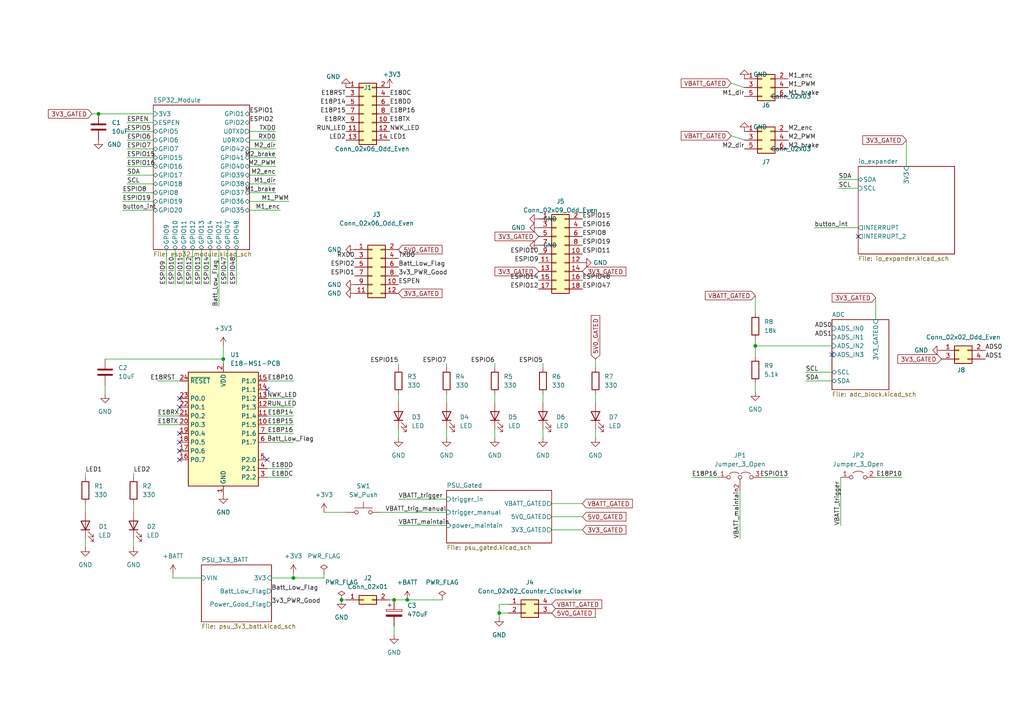
<source format=kicad_sch>
(kicad_sch (version 20211123) (generator eeschema)
  (paper "A4")
  (lib_symbols
    (symbol "Connector_Generic:Conn_02x01" (pin_names (offset 1.016) hide)
      (property "Reference" "J" (at 1.27 2.54 0))
      (property "Value" "Conn_02x01" (at 1.27 -2.54 0))
      (symbol "Conn_02x01_1_1"
        (rectangle (start -1.27 0.127) (end 0 -0.127) (stroke (width 0.1524)))
        (rectangle (start -1.27 1.27) (end 3.81 -1.27) (stroke (width 0.254)) (fill (type background)))
        (rectangle (start 3.81 0.127) (end 2.54 -0.127) (stroke (width 0.1524)))
        (pin passive line (at -5.08 0 0) (length 3.81) (name "Pin_1") (number "1"))
        (pin passive line (at 7.62 0 180) (length 3.81) (name "Pin_2") (number "2"))
      )
    )
    (symbol "Connector_Generic:Conn_02x02_Counter_Clockwise" (pin_names (offset 1.016) hide)
      (property "Reference" "J" (at 1.27 2.54 0))
      (property "Value" "Conn_02x02_Counter_Clockwise" (at 1.27 -5.08 0))
      (symbol "Conn_02x02_Counter_Clockwise_1_1"
        (rectangle (start -1.27 -2.413) (end 0 -2.667) (stroke (width 0.1524)))
        (rectangle (start -1.27 0.127) (end 0 -0.127) (stroke (width 0.1524)))
        (rectangle (start -1.27 1.27) (end 3.81 -3.81) (stroke (width 0.254)) (fill (type background)))
        (rectangle (start 3.81 -2.413) (end 2.54 -2.667) (stroke (width 0.1524)))
        (rectangle (start 3.81 0.127) (end 2.54 -0.127) (stroke (width 0.1524)))
        (pin passive line (at -5.08 0 0) (length 3.81) (name "Pin_1") (number "1"))
        (pin passive line (at -5.08 -2.54 0) (length 3.81) (name "Pin_2") (number "2"))
        (pin passive line (at 7.62 -2.54 180) (length 3.81) (name "Pin_3") (number "3"))
        (pin passive line (at 7.62 0 180) (length 3.81) (name "Pin_4") (number "4"))
      )
    )
    (symbol "Connector_Generic:Conn_02x02_Odd_Even" (pin_names (offset 1.016) hide)
      (property "Reference" "J" (at 1.27 2.54 0))
      (property "Value" "Conn_02x02_Odd_Even" (at 1.27 -5.08 0))
      (symbol "Conn_02x02_Odd_Even_1_1"
        (rectangle (start -1.27 -2.413) (end 0 -2.667) (stroke (width 0.1524)))
        (rectangle (start -1.27 0.127) (end 0 -0.127) (stroke (width 0.1524)))
        (rectangle (start -1.27 1.27) (end 3.81 -3.81) (stroke (width 0.254)) (fill (type background)))
        (rectangle (start 3.81 -2.413) (end 2.54 -2.667) (stroke (width 0.1524)))
        (rectangle (start 3.81 0.127) (end 2.54 -0.127) (stroke (width 0.1524)))
        (pin passive line (at -5.08 0 0) (length 3.81) (name "Pin_1") (number "1"))
        (pin passive line (at 7.62 0 180) (length 3.81) (name "Pin_2") (number "2"))
        (pin passive line (at -5.08 -2.54 0) (length 3.81) (name "Pin_3") (number "3"))
        (pin passive line (at 7.62 -2.54 180) (length 3.81) (name "Pin_4") (number "4"))
      )
    )
    (symbol "Connector_Generic:Conn_02x03_Odd_Even" (pin_names (offset 1.016) hide)
      (property "Reference" "J" (at 1.27 5.08 0))
      (property "Value" "Conn_02x03_Odd_Even" (at 1.27 -5.08 0))
      (symbol "Conn_02x03_Odd_Even_1_1"
        (rectangle (start -1.27 -2.413) (end 0 -2.667) (stroke (width 0.1524)))
        (rectangle (start -1.27 0.127) (end 0 -0.127) (stroke (width 0.1524)))
        (rectangle (start -1.27 2.667) (end 0 2.413) (stroke (width 0.1524)))
        (rectangle (start -1.27 3.81) (end 3.81 -3.81) (stroke (width 0.254)) (fill (type background)))
        (rectangle (start 3.81 -2.413) (end 2.54 -2.667) (stroke (width 0.1524)))
        (rectangle (start 3.81 0.127) (end 2.54 -0.127) (stroke (width 0.1524)))
        (rectangle (start 3.81 2.667) (end 2.54 2.413) (stroke (width 0.1524)))
        (pin passive line (at -5.08 2.54 0) (length 3.81) (name "Pin_1") (number "1"))
        (pin passive line (at 7.62 2.54 180) (length 3.81) (name "Pin_2") (number "2"))
        (pin passive line (at -5.08 0 0) (length 3.81) (name "Pin_3") (number "3"))
        (pin passive line (at 7.62 0 180) (length 3.81) (name "Pin_4") (number "4"))
        (pin passive line (at -5.08 -2.54 0) (length 3.81) (name "Pin_5") (number "5"))
        (pin passive line (at 7.62 -2.54 180) (length 3.81) (name "Pin_6") (number "6"))
      )
    )
    (symbol "Connector_Generic:Conn_02x06_Odd_Even" (pin_names (offset 1.016) hide)
      (property "Reference" "J" (at 1.27 7.62 0))
      (property "Value" "Conn_02x06_Odd_Even" (at 1.27 -10.16 0))
      (symbol "Conn_02x06_Odd_Even_1_1"
        (rectangle (start -1.27 -7.493) (end 0 -7.747) (stroke (width 0.1524)))
        (rectangle (start -1.27 -4.953) (end 0 -5.207) (stroke (width 0.1524)))
        (rectangle (start -1.27 -2.413) (end 0 -2.667) (stroke (width 0.1524)))
        (rectangle (start -1.27 0.127) (end 0 -0.127) (stroke (width 0.1524)))
        (rectangle (start -1.27 2.667) (end 0 2.413) (stroke (width 0.1524)))
        (rectangle (start -1.27 5.207) (end 0 4.953) (stroke (width 0.1524)))
        (rectangle (start -1.27 6.35) (end 3.81 -8.89) (stroke (width 0.254)) (fill (type background)))
        (rectangle (start 3.81 -7.493) (end 2.54 -7.747) (stroke (width 0.1524)))
        (rectangle (start 3.81 -4.953) (end 2.54 -5.207) (stroke (width 0.1524)))
        (rectangle (start 3.81 -2.413) (end 2.54 -2.667) (stroke (width 0.1524)))
        (rectangle (start 3.81 0.127) (end 2.54 -0.127) (stroke (width 0.1524)))
        (rectangle (start 3.81 2.667) (end 2.54 2.413) (stroke (width 0.1524)))
        (rectangle (start 3.81 5.207) (end 2.54 4.953) (stroke (width 0.1524)))
        (pin passive line (at -5.08 5.08 0) (length 3.81) (name "Pin_1") (number "1"))
        (pin passive line (at 7.62 -5.08 180) (length 3.81) (name "Pin_10") (number "10"))
        (pin passive line (at -5.08 -7.62 0) (length 3.81) (name "Pin_11") (number "11"))
        (pin passive line (at 7.62 -7.62 180) (length 3.81) (name "Pin_12") (number "12"))
        (pin passive line (at 7.62 5.08 180) (length 3.81) (name "Pin_2") (number "2"))
        (pin passive line (at -5.08 2.54 0) (length 3.81) (name "Pin_3") (number "3"))
        (pin passive line (at 7.62 2.54 180) (length 3.81) (name "Pin_4") (number "4"))
        (pin passive line (at -5.08 0 0) (length 3.81) (name "Pin_5") (number "5"))
        (pin passive line (at 7.62 0 180) (length 3.81) (name "Pin_6") (number "6"))
        (pin passive line (at -5.08 -2.54 0) (length 3.81) (name "Pin_7") (number "7"))
        (pin passive line (at 7.62 -2.54 180) (length 3.81) (name "Pin_8") (number "8"))
        (pin passive line (at -5.08 -5.08 0) (length 3.81) (name "Pin_9") (number "9"))
      )
    )
    (symbol "Connector_Generic:Conn_02x07_Odd_Even" (pin_names (offset 1.016) hide)
      (property "Reference" "J" (at 1.27 10.16 0))
      (property "Value" "Conn_02x07_Odd_Even" (at 1.27 -10.16 0))
      (symbol "Conn_02x07_Odd_Even_1_1"
        (rectangle (start -1.27 -7.493) (end 0 -7.747) (stroke (width 0.1524)))
        (rectangle (start -1.27 -4.953) (end 0 -5.207) (stroke (width 0.1524)))
        (rectangle (start -1.27 -2.413) (end 0 -2.667) (stroke (width 0.1524)))
        (rectangle (start -1.27 0.127) (end 0 -0.127) (stroke (width 0.1524)))
        (rectangle (start -1.27 2.667) (end 0 2.413) (stroke (width 0.1524)))
        (rectangle (start -1.27 5.207) (end 0 4.953) (stroke (width 0.1524)))
        (rectangle (start -1.27 7.747) (end 0 7.493) (stroke (width 0.1524)))
        (rectangle (start -1.27 8.89) (end 3.81 -8.89) (stroke (width 0.254)) (fill (type background)))
        (rectangle (start 3.81 -7.493) (end 2.54 -7.747) (stroke (width 0.1524)))
        (rectangle (start 3.81 -4.953) (end 2.54 -5.207) (stroke (width 0.1524)))
        (rectangle (start 3.81 -2.413) (end 2.54 -2.667) (stroke (width 0.1524)))
        (rectangle (start 3.81 0.127) (end 2.54 -0.127) (stroke (width 0.1524)))
        (rectangle (start 3.81 2.667) (end 2.54 2.413) (stroke (width 0.1524)))
        (rectangle (start 3.81 5.207) (end 2.54 4.953) (stroke (width 0.1524)))
        (rectangle (start 3.81 7.747) (end 2.54 7.493) (stroke (width 0.1524)))
        (pin passive line (at -5.08 7.62 0) (length 3.81) (name "Pin_1") (number "1"))
        (pin passive line (at 7.62 -2.54 180) (length 3.81) (name "Pin_10") (number "10"))
        (pin passive line (at -5.08 -5.08 0) (length 3.81) (name "Pin_11") (number "11"))
        (pin passive line (at 7.62 -5.08 180) (length 3.81) (name "Pin_12") (number "12"))
        (pin passive line (at -5.08 -7.62 0) (length 3.81) (name "Pin_13") (number "13"))
        (pin passive line (at 7.62 -7.62 180) (length 3.81) (name "Pin_14") (number "14"))
        (pin passive line (at 7.62 7.62 180) (length 3.81) (name "Pin_2") (number "2"))
        (pin passive line (at -5.08 5.08 0) (length 3.81) (name "Pin_3") (number "3"))
        (pin passive line (at 7.62 5.08 180) (length 3.81) (name "Pin_4") (number "4"))
        (pin passive line (at -5.08 2.54 0) (length 3.81) (name "Pin_5") (number "5"))
        (pin passive line (at 7.62 2.54 180) (length 3.81) (name "Pin_6") (number "6"))
        (pin passive line (at -5.08 0 0) (length 3.81) (name "Pin_7") (number "7"))
        (pin passive line (at 7.62 0 180) (length 3.81) (name "Pin_8") (number "8"))
        (pin passive line (at -5.08 -2.54 0) (length 3.81) (name "Pin_9") (number "9"))
      )
    )
    (symbol "Connector_Generic:Conn_02x09_Odd_Even" (pin_names (offset 1.016) hide)
      (property "Reference" "J" (at 1.27 12.7 0))
      (property "Value" "Conn_02x09_Odd_Even" (at 1.27 -12.7 0))
      (symbol "Conn_02x09_Odd_Even_1_1"
        (rectangle (start -1.27 -10.033) (end 0 -10.287) (stroke (width 0.1524)))
        (rectangle (start -1.27 -7.493) (end 0 -7.747) (stroke (width 0.1524)))
        (rectangle (start -1.27 -4.953) (end 0 -5.207) (stroke (width 0.1524)))
        (rectangle (start -1.27 -2.413) (end 0 -2.667) (stroke (width 0.1524)))
        (rectangle (start -1.27 0.127) (end 0 -0.127) (stroke (width 0.1524)))
        (rectangle (start -1.27 2.667) (end 0 2.413) (stroke (width 0.1524)))
        (rectangle (start -1.27 5.207) (end 0 4.953) (stroke (width 0.1524)))
        (rectangle (start -1.27 7.747) (end 0 7.493) (stroke (width 0.1524)))
        (rectangle (start -1.27 10.287) (end 0 10.033) (stroke (width 0.1524)))
        (rectangle (start -1.27 11.43) (end 3.81 -11.43) (stroke (width 0.254)) (fill (type background)))
        (rectangle (start 3.81 -10.033) (end 2.54 -10.287) (stroke (width 0.1524)))
        (rectangle (start 3.81 -7.493) (end 2.54 -7.747) (stroke (width 0.1524)))
        (rectangle (start 3.81 -4.953) (end 2.54 -5.207) (stroke (width 0.1524)))
        (rectangle (start 3.81 -2.413) (end 2.54 -2.667) (stroke (width 0.1524)))
        (rectangle (start 3.81 0.127) (end 2.54 -0.127) (stroke (width 0.1524)))
        (rectangle (start 3.81 2.667) (end 2.54 2.413) (stroke (width 0.1524)))
        (rectangle (start 3.81 5.207) (end 2.54 4.953) (stroke (width 0.1524)))
        (rectangle (start 3.81 7.747) (end 2.54 7.493) (stroke (width 0.1524)))
        (rectangle (start 3.81 10.287) (end 2.54 10.033) (stroke (width 0.1524)))
        (pin passive line (at -5.08 10.16 0) (length 3.81) (name "Pin_1") (number "1"))
        (pin passive line (at 7.62 0 180) (length 3.81) (name "Pin_10") (number "10"))
        (pin passive line (at -5.08 -2.54 0) (length 3.81) (name "Pin_11") (number "11"))
        (pin passive line (at 7.62 -2.54 180) (length 3.81) (name "Pin_12") (number "12"))
        (pin passive line (at -5.08 -5.08 0) (length 3.81) (name "Pin_13") (number "13"))
        (pin passive line (at 7.62 -5.08 180) (length 3.81) (name "Pin_14") (number "14"))
        (pin passive line (at -5.08 -7.62 0) (length 3.81) (name "Pin_15") (number "15"))
        (pin passive line (at 7.62 -7.62 180) (length 3.81) (name "Pin_16") (number "16"))
        (pin passive line (at -5.08 -10.16 0) (length 3.81) (name "Pin_17") (number "17"))
        (pin passive line (at 7.62 -10.16 180) (length 3.81) (name "Pin_18") (number "18"))
        (pin passive line (at 7.62 10.16 180) (length 3.81) (name "Pin_2") (number "2"))
        (pin passive line (at -5.08 7.62 0) (length 3.81) (name "Pin_3") (number "3"))
        (pin passive line (at 7.62 7.62 180) (length 3.81) (name "Pin_4") (number "4"))
        (pin passive line (at -5.08 5.08 0) (length 3.81) (name "Pin_5") (number "5"))
        (pin passive line (at 7.62 5.08 180) (length 3.81) (name "Pin_6") (number "6"))
        (pin passive line (at -5.08 2.54 0) (length 3.81) (name "Pin_7") (number "7"))
        (pin passive line (at 7.62 2.54 180) (length 3.81) (name "Pin_8") (number "8"))
        (pin passive line (at -5.08 0 0) (length 3.81) (name "Pin_9") (number "9"))
      )
    )
    (symbol "Device:C" (pin_numbers hide) (pin_names (offset 0.254))
      (property "Reference" "C" (at 0.635 2.54 0))
      (property "Value" "C" (at 0.635 -2.54 0))
      (symbol "C_0_1"
        (polyline (pts (xy -2.032 -0.762) (xy 2.032 -0.762)) (stroke (width 0.508)))
        (polyline (pts (xy -2.032 0.762) (xy 2.032 0.762)) (stroke (width 0.508)))
      )
      (symbol "C_1_1"
        (pin passive line (at 0 3.81 270) (length 2.794) (name "~") (number "1"))
        (pin passive line (at 0 -3.81 90) (length 2.794) (name "~") (number "2"))
      )
    )
    (symbol "Device:C_Polarized" (pin_numbers hide) (pin_names (offset 0.254))
      (property "Reference" "C" (at 0.635 2.54 0))
      (property "Value" "C_Polarized" (at 0.635 -2.54 0))
      (symbol "C_Polarized_0_1"
        (rectangle (start -2.286 0.508) (end 2.286 1.016))
        (polyline (pts (xy -1.778 2.286) (xy -0.762 2.286)))
        (polyline (pts (xy -1.27 2.794) (xy -1.27 1.778)))
        (rectangle (start 2.286 -0.508) (end -2.286 -1.016) (fill (type outline)))
      )
      (symbol "C_Polarized_1_1"
        (pin passive line (at 0 3.81 270) (length 2.794) (name "~") (number "1"))
        (pin passive line (at 0 -3.81 90) (length 2.794) (name "~") (number "2"))
      )
    )
    (symbol "Device:LED" (pin_numbers hide) (pin_names (offset 1.016) hide)
      (property "Reference" "D" (at 0 2.54 0))
      (property "Value" "LED" (at 0 -2.54 0))
      (symbol "LED_0_1"
        (polyline (pts (xy -1.27 -1.27) (xy -1.27 1.27)) (stroke (width 0.254)))
        (polyline (pts (xy -1.27 0) (xy 1.27 0)))
        (polyline (pts (xy 1.27 -1.27) (xy 1.27 1.27) (xy -1.27 0) (xy 1.27 -1.27)) (stroke (width 0.254)))
        (polyline (pts (xy -3.048 -0.762) (xy -4.572 -2.286) (xy -3.81 -2.286) (xy -4.572 -2.286) (xy -4.572 -1.524)))
        (polyline (pts (xy -1.778 -0.762) (xy -3.302 -2.286) (xy -2.54 -2.286) (xy -3.302 -2.286) (xy -3.302 -1.524)))
      )
      (symbol "LED_1_1"
        (pin passive line (at -3.81 0 0) (length 2.54) (name "K") (number "1"))
        (pin passive line (at 3.81 0 180) (length 2.54) (name "A") (number "2"))
      )
    )
    (symbol "Device:R" (pin_numbers hide) (pin_names (offset 0))
      (property "Reference" "R" (at 2.032 0 90))
      (property "Value" "R" (at 0 0 90))
      (symbol "R_0_1"
        (rectangle (start -1.016 -2.54) (end 1.016 2.54) (stroke (width 0.254)))
      )
      (symbol "R_1_1"
        (pin passive line (at 0 3.81 270) (length 1.27) (name "~") (number "1"))
        (pin passive line (at 0 -3.81 90) (length 1.27) (name "~") (number "2"))
      )
    )
    (symbol "Jumper:Jumper_2_Open" (pin_names (offset 0) hide)
      (property "Reference" "JP" (at 0 2.794 0))
      (property "Value" "Jumper_2_Open" (at 0 -2.286 0))
      (symbol "Jumper_2_Open_0_0"
        (circle (center -2.032 0) (radius 0.508))
        (circle (center 2.032 0) (radius 0.508))
      )
      (symbol "Jumper_2_Open_0_1"
        (arc (start 1.524 1.27) (mid 0 1.778) (end -1.524 1.27))
      )
      (symbol "Jumper_2_Open_1_1"
        (pin passive line (at -5.08 0 0) (length 2.54) (name "A") (number "1"))
        (pin passive line (at 5.08 0 180) (length 2.54) (name "B") (number "2"))
      )
    )
    (symbol "Jumper:Jumper_3_Open" (pin_names (offset 0) hide)
      (property "Reference" "JP" (at -2.54 -2.54 0))
      (property "Value" "Jumper_3_Open" (at 0 2.794 0))
      (symbol "Jumper_3_Open_0_0"
        (circle (center -3.302 0) (radius 0.508))
        (circle (center 0 0) (radius 0.508))
        (circle (center 3.302 0) (radius 0.508))
      )
      (symbol "Jumper_3_Open_0_1"
        (arc (start -0.254 1.016) (mid -1.651 1.4992) (end -3.048 1.016))
        (polyline (pts (xy 0 -0.508) (xy 0 -1.27)))
        (arc (start 3.048 1.016) (mid 1.651 1.4992) (end 0.254 1.016))
      )
      (symbol "Jumper_3_Open_1_1"
        (pin passive line (at -6.35 0 0) (length 2.54) (name "A") (number "1"))
        (pin passive line (at 0 -3.81 90) (length 2.54) (name "C") (number "2"))
        (pin passive line (at 6.35 0 180) (length 2.54) (name "B") (number "3"))
      )
    )
    (symbol "RF_Module:E18-MS1-PCB"
      (property "Reference" "U" (at -2.54 21.59 0))
      (property "Value" "E18-MS1-PCB" (at -2.54 19.05 0))
      (symbol "E18-MS1-PCB_0_1"
        (rectangle (start -10.16 17.78) (end 10.16 -15.24) (stroke (width 0.254)) (fill (type background)))
      )
      (symbol "E18-MS1-PCB_1_1"
        (pin power_in line (at 0 -17.78 90) (length 2.54) (name "GND") (number "1"))
        (pin bidirectional line (at 12.7 2.54 180) (length 2.54) (name "P1.5") (number "10"))
        (pin bidirectional line (at 12.7 5.08 180) (length 2.54) (name "P1.4") (number "11"))
        (pin bidirectional line (at 12.7 7.62 180) (length 2.54) (name "P1.3") (number "12"))
        (pin bidirectional line (at 12.7 10.16 180) (length 2.54) (name "P1.2") (number "13"))
        (pin bidirectional line (at 12.7 12.7 180) (length 2.54) (name "P1.1") (number "14"))
        (pin bidirectional line (at 12.7 15.24 180) (length 2.54) (name "P1.0") (number "15"))
        (pin bidirectional line (at -12.7 -7.62 0) (length 2.54) (name "P0.7") (number "16"))
        (pin bidirectional line (at -12.7 -5.08 0) (length 2.54) (name "P0.6") (number "17"))
        (pin bidirectional line (at -12.7 -2.54 0) (length 2.54) (name "P0.5") (number "18"))
        (pin bidirectional line (at -12.7 0 0) (length 2.54) (name "P0.4") (number "19"))
        (pin power_in line (at 0 20.32 270) (length 2.54) (name "VDD") (number "2"))
        (pin bidirectional line (at -12.7 2.54 0) (length 2.54) (name "P0.3") (number "20"))
        (pin bidirectional line (at -12.7 5.08 0) (length 2.54) (name "P0.2") (number "21"))
        (pin bidirectional line (at -12.7 7.62 0) (length 2.54) (name "P0.1") (number "22"))
        (pin bidirectional line (at -12.7 10.16 0) (length 2.54) (name "P0.0") (number "23"))
        (pin input line (at -12.7 15.24 0) (length 2.54) (name "~{RESET}") (number "24"))
        (pin bidirectional line (at 12.7 -12.7 180) (length 2.54) (name "P2.2") (number "3"))
        (pin bidirectional line (at 12.7 -10.16 180) (length 2.54) (name "P2.1") (number "4"))
        (pin bidirectional line (at 12.7 -7.62 180) (length 2.54) (name "P2.0") (number "5"))
        (pin bidirectional line (at 12.7 -2.54 180) (length 2.54) (name "P1.7") (number "6"))
        (pin bidirectional line (at 12.7 0 180) (length 2.54) (name "P1.6") (number "7"))
        (pin no_connect line (at -10.16 -10.16 0) (length 2.54) hide (name "NC") (number "8"))
        (pin no_connect line (at -10.16 -12.7 0) (length 2.54) hide (name "NC") (number "9"))
      )
    )
    (symbol "Switch:SW_Push" (pin_numbers hide) (pin_names (offset 1.016) hide)
      (property "Reference" "SW" (at 1.27 2.54 0))
      (property "Value" "SW_Push" (at 0 -1.524 0))
      (symbol "SW_Push_0_1"
        (circle (center -2.032 0) (radius 0.508))
        (polyline (pts (xy 0 1.27) (xy 0 3.048)))
        (polyline (pts (xy 2.54 1.27) (xy -2.54 1.27)))
        (circle (center 2.032 0) (radius 0.508))
        (pin passive line (at -5.08 0 0) (length 2.54) (name "1") (number "1"))
        (pin passive line (at 5.08 0 180) (length 2.54) (name "2") (number "2"))
      )
    )
    (symbol "power:+3V3" (power) (pin_names (offset 0))
      (property "Value" "+3V3" (at 0 3.556 0))
      (symbol "+3V3_0_1"
        (polyline (pts (xy -0.762 1.27) (xy 0 2.54)))
        (polyline (pts (xy 0 0) (xy 0 2.54)))
        (polyline (pts (xy 0 2.54) (xy 0.762 1.27)))
      )
      (symbol "+3V3_1_1"
        (pin power_in line (at 0 0 90) (length 0) hide (name "+3V3") (number "1"))
      )
    )
    (symbol "power:+BATT" (power) (pin_names (offset 0))
      (property "Value" "+BATT" (at 0 3.556 0))
      (symbol "+BATT_0_1"
        (polyline (pts (xy -0.762 1.27) (xy 0 2.54)))
        (polyline (pts (xy 0 0) (xy 0 2.54)))
        (polyline (pts (xy 0 2.54) (xy 0.762 1.27)))
      )
      (symbol "+BATT_1_1"
        (pin power_in line (at 0 0 90) (length 0) hide (name "+BATT") (number "1"))
      )
    )
    (symbol "power:GND" (power) (pin_names (offset 0))
      (property "Value" "GND" (at 0 -3.81 0))
      (symbol "GND_0_1"
        (polyline (pts (xy 0 0) (xy 0 -1.27) (xy 1.27 -1.27) (xy 0 -2.54) (xy -1.27 -1.27) (xy 0 -1.27)))
      )
      (symbol "GND_1_1"
        (pin power_in line (at 0 0 270) (length 0) hide (name "GND") (number "1"))
      )
    )
    (symbol "power:PWR_FLAG" (power) (pin_numbers hide) (pin_names (offset 0) hide)
      (property "Value" "PWR_FLAG" (at 0 3.81 0))
      (symbol "PWR_FLAG_0_0"
        (pin power_out line (at 0 0 90) (length 0) (name "pwr") (number "1"))
      )
      (symbol "PWR_FLAG_0_1"
        (polyline (pts (xy 0 0) (xy 0 1.27) (xy -1.016 1.905) (xy 0 2.54) (xy 1.016 1.905) (xy 0 1.27)))
      )
    )
  )
  (junction (at 64.77 104.14))
  (junction (at 219.075 100.33))
  (junction (at 118.11 173.99))
  (junction (at 114.3 173.99))
  (junction (at 144.78 177.8))
  (junction (at 99.06 173.99))
  (junction (at 85.09 167.64))
  (junction (at 28.575 33.02))
  (no_connect (at 248.92 68.58))
  (no_connect (at 52.07 118.11))
  (no_connect (at 52.07 130.81))
  (no_connect (at 77.47 113.03))
  (no_connect (at 52.07 125.73))
  (no_connect (at 52.07 128.27))
  (no_connect (at 77.47 133.35))
  (no_connect (at 52.07 115.57))
  (no_connect (at 52.07 133.35))
  (no_connect (at 241.3 102.87))
  (wire (pts (xy 115.57 105.41) (xy 115.57 106.68)))
  (wire (pts (xy 45.72 120.65) (xy 52.07 120.65)))
  (wire (pts (xy 85.09 167.64) (xy 93.98 167.64)))
  (wire (pts (xy 114.3 184.15) (xy 114.3 181.61)))
  (wire (pts (xy 129.54 105.41) (xy 129.54 106.68)))
  (wire (pts (xy 44.45 43.18) (xy 36.83 43.18)))
  (wire (pts (xy 72.39 58.42) (xy 83.82 58.42)))
  (wire (pts (xy 36.83 53.34) (xy 44.45 53.34)))
  (wire (pts (xy 38.735 158.75) (xy 38.735 156.21)))
  (wire (pts (xy 219.075 100.33) (xy 219.075 103.505)))
  (wire (pts (xy 48.26 72.39) (xy 48.26 82.55)))
  (wire (pts (xy 243.205 52.07) (xy 248.92 52.07)))
  (wire (pts (xy 77.47 115.57) (xy 85.09 115.57)))
  (wire (pts (xy 52.07 110.49) (xy 45.72 110.49)))
  (wire (pts (xy 129.54 127) (xy 129.54 124.46)))
  (wire (pts (xy 110.49 148.59) (xy 129.54 148.59)))
  (wire (pts (xy 72.39 60.96) (xy 81.28 60.96)))
  (wire (pts (xy 63.5 72.39) (xy 63.5 88.9)))
  (wire (pts (xy 36.83 40.64) (xy 44.45 40.64)))
  (wire (pts (xy 72.39 40.64) (xy 80.01 40.64)))
  (wire (pts (xy 241.3 110.49) (xy 233.68 110.49)))
  (wire (pts (xy 35.56 55.88) (xy 44.45 55.88)))
  (wire (pts (xy 129.54 116.84) (xy 129.54 114.3)))
  (wire (pts (xy 243.205 54.61) (xy 248.92 54.61)))
  (wire (pts (xy 77.47 110.49) (xy 85.09 110.49)))
  (wire (pts (xy 115.57 144.78) (xy 129.54 144.78)))
  (wire (pts (xy 157.48 127) (xy 157.48 124.46)))
  (wire (pts (xy 143.51 105.41) (xy 143.51 106.68)))
  (wire (pts (xy 228.6 138.43) (xy 220.98 138.43)))
  (wire (pts (xy 30.48 104.14) (xy 64.77 104.14)))
  (wire (pts (xy 214.63 156.21) (xy 214.63 142.24)))
  (wire (pts (xy 72.39 55.88) (xy 80.01 55.88)))
  (wire (pts (xy 262.89 40.64) (xy 262.89 48.26)))
  (wire (pts (xy 30.48 114.3) (xy 30.48 111.76)))
  (wire (pts (xy 115.57 152.4) (xy 129.54 152.4)))
  (wire (pts (xy 36.83 35.56) (xy 44.45 35.56)))
  (wire (pts (xy 160.02 149.86) (xy 168.91 149.86)))
  (wire (pts (xy 72.39 50.8) (xy 80.01 50.8)))
  (wire (pts (xy 93.98 148.59) (xy 100.33 148.59)))
  (wire (pts (xy 36.83 50.8) (xy 44.45 50.8)))
  (wire (pts (xy 144.78 175.26) (xy 144.78 177.8)))
  (wire (pts (xy 77.47 125.73) (xy 85.09 125.73)))
  (wire (pts (xy 143.51 116.84) (xy 143.51 114.3)))
  (wire (pts (xy 64.77 100.33) (xy 64.77 104.14)))
  (wire (pts (xy 114.3 173.99) (xy 118.11 173.99)))
  (wire (pts (xy 115.57 127) (xy 115.57 124.46)))
  (wire (pts (xy 212.09 24.13) (xy 215.9 25.4)))
  (wire (pts (xy 115.57 116.84) (xy 115.57 114.3)))
  (wire (pts (xy 36.83 48.26) (xy 44.45 48.26)))
  (wire (pts (xy 172.72 104.14) (xy 172.72 106.68)))
  (wire (pts (xy 38.735 148.59) (xy 38.735 146.05)))
  (wire (pts (xy 36.83 38.1) (xy 44.45 38.1)))
  (wire (pts (xy 72.39 38.1) (xy 80.01 38.1)))
  (wire (pts (xy 219.075 98.425) (xy 219.075 100.33)))
  (wire (pts (xy 118.11 173.99) (xy 128.27 173.99)))
  (wire (pts (xy 50.8 72.39) (xy 50.8 82.55)))
  (wire (pts (xy 93.98 167.64) (xy 93.98 166.37)))
  (wire (pts (xy 147.32 175.26) (xy 144.78 175.26)))
  (wire (pts (xy 85.09 166.37) (xy 85.09 167.64)))
  (wire (pts (xy 78.74 167.64) (xy 85.09 167.64)))
  (wire (pts (xy 64.77 104.14) (xy 64.77 105.41)))
  (wire (pts (xy 219.075 113.665) (xy 219.075 111.125)))
  (wire (pts (xy 212.09 39.37) (xy 215.9 40.64)))
  (wire (pts (xy 143.51 127) (xy 143.51 124.46)))
  (wire (pts (xy 72.39 53.34) (xy 80.01 53.34)))
  (wire (pts (xy 77.47 135.89) (xy 83.82 135.89)))
  (wire (pts (xy 172.72 116.84) (xy 172.72 114.3)))
  (wire (pts (xy 60.96 82.55) (xy 60.96 72.39)))
  (wire (pts (xy 254 138.43) (xy 261.62 138.43)))
  (wire (pts (xy 26.67 33.02) (xy 28.575 33.02)))
  (wire (pts (xy 58.42 82.55) (xy 58.42 72.39)))
  (wire (pts (xy 68.58 72.39) (xy 68.58 82.55)))
  (wire (pts (xy 144.78 177.8) (xy 144.78 179.07)))
  (wire (pts (xy 53.34 82.55) (xy 53.34 72.39)))
  (wire (pts (xy 24.765 137.16) (xy 24.765 138.43)))
  (wire (pts (xy 160.02 153.67) (xy 168.91 153.67)))
  (wire (pts (xy 50.165 167.64) (xy 58.42 167.64)))
  (wire (pts (xy 147.32 177.8) (xy 144.78 177.8)))
  (wire (pts (xy 77.47 118.11) (xy 85.09 118.11)))
  (wire (pts (xy 77.47 138.43) (xy 83.82 138.43)))
  (wire (pts (xy 219.075 100.33) (xy 241.3 100.33)))
  (wire (pts (xy 254 86.36) (xy 254 92.71)))
  (wire (pts (xy 157.48 116.84) (xy 157.48 114.3)))
  (wire (pts (xy 24.765 148.59) (xy 24.765 146.05)))
  (wire (pts (xy 113.03 173.99) (xy 114.3 173.99)))
  (wire (pts (xy 55.88 82.55) (xy 55.88 72.39)))
  (wire (pts (xy 77.47 128.27) (xy 85.09 128.27)))
  (wire (pts (xy 236.22 66.04) (xy 248.92 66.04)))
  (wire (pts (xy 38.735 137.16) (xy 38.735 138.43)))
  (wire (pts (xy 172.72 127) (xy 172.72 124.46)))
  (wire (pts (xy 77.47 120.65) (xy 85.09 120.65)))
  (wire (pts (xy 35.56 60.96) (xy 44.45 60.96)))
  (wire (pts (xy 208.28 138.43) (xy 200.66 138.43)))
  (wire (pts (xy 45.72 123.19) (xy 52.07 123.19)))
  (wire (pts (xy 24.765 158.75) (xy 24.765 156.21)))
  (wire (pts (xy 219.075 85.725) (xy 219.075 90.805)))
  (wire (pts (xy 35.56 58.42) (xy 44.45 58.42)))
  (wire (pts (xy 66.04 72.39) (xy 66.04 82.55)))
  (wire (pts (xy 28.575 33.02) (xy 44.45 33.02)))
  (wire (pts (xy 44.45 45.72) (xy 36.83 45.72)))
  (wire (pts (xy 50.165 166.37) (xy 50.165 167.64)))
  (wire (pts (xy 157.48 105.41) (xy 157.48 106.68)))
  (wire (pts (xy 72.39 45.72) (xy 80.01 45.72)))
  (wire (pts (xy 77.47 123.19) (xy 85.09 123.19)))
  (wire (pts (xy 99.06 173.99) (xy 100.33 173.99)))
  (wire (pts (xy 241.3 107.95) (xy 233.68 107.95)))
  (wire (pts (xy 160.02 146.05) (xy 168.91 146.05)))
  (wire (pts (xy 243.84 138.43) (xy 243.84 152.4)))
  (wire (pts (xy 72.39 48.26) (xy 80.01 48.26)))
  (wire (pts (xy 72.39 43.18) (xy 80.01 43.18)))
  (label "M1_enc" (at 81.28 60.96 180))
  (label "ESPIO47" (at 66.04 82.55 90))
  (label "M2_brake" (at 80.01 45.72 180))
  (label "E18DC" (at 113.03 27.94 0))
  (label "Batt_Low_Flag" (at 78.74 171.45 0))
  (label "E18P14" (at 100.33 30.48 180))
  (label "ADS0" (at 241.3 95.25 180))
  (label "ESPIO9" (at 156.21 76.2 180))
  (label "E18P10" (at 85.09 110.49 180))
  (label "ESPIO13" (at 228.6 138.43 180))
  (label "3v3_PWR_Good" (at 78.74 175.26 0))
  (label "ESPIO13" (at 58.42 82.55 90))
  (label "E18DD" (at 78.74 135.89 0))
  (label "E18DC" (at 78.74 138.43 0))
  (label "M2_brake" (at 228.6 43.18 0))
  (label "ESPEN" (at 115.57 82.55 0))
  (label "NWK_LED" (at 113.03 38.1 0))
  (label "VBATT_maintain" (at 115.57 152.4 0))
  (label "ESPIO1" (at 72.39 33.02 0))
  (label "ESPIO47" (at 168.91 83.82 0))
  (label "M2_enc" (at 228.6 38.1 0))
  (label "ESPIO7" (at 129.54 105.41 180))
  (label "E18RX" (at 45.72 120.65 0))
  (label "Batt_Low_Flag" (at 63.5 88.9 90))
  (label "SDA" (at 233.68 110.49 0))
  (label "ESPIO1" (at 102.87 80.01 180))
  (label "Batt_Low_Flag" (at 77.47 128.27 0))
  (label "M1_PWM" (at 83.82 58.42 180))
  (label "E18DD" (at 113.03 30.48 0))
  (label "ESPIO2" (at 102.87 77.47 180))
  (label "M1_PWM" (at 228.6 25.4 0))
  (label "ESPIO19" (at 168.91 71.12 0))
  (label "ESPIO10" (at 50.8 82.55 90))
  (label "E18P16" (at 85.09 125.73 180))
  (label "SCL" (at 243.205 54.61 0))
  (label "E18TX" (at 45.72 123.19 0))
  (label "ESPIO15" (at 36.83 45.72 0))
  (label "ADS1" (at 241.3 97.79 180))
  (label "M2_dir" (at 215.9 43.18 180))
  (label "ESPIO14" (at 60.96 82.55 90))
  (label "ESPIO16" (at 36.83 48.26 0))
  (label "SDA" (at 243.205 52.07 0))
  (label "LED1" (at 24.765 137.16 0))
  (label "E18P16" (at 200.66 138.43 0))
  (label "VBATT_trigger" (at 115.57 144.78 0))
  (label "VBATT_trig_manual" (at 111.76 148.59 0))
  (label "ESPIO15" (at 115.57 105.41 180))
  (label "RUN_LED" (at 77.47 118.11 0))
  (label "button_int" (at 35.56 60.96 0))
  (label "E18RX" (at 100.33 35.56 180))
  (label "ESPIO2" (at 72.39 35.56 0))
  (label "TXD0" (at 80.01 38.1 180))
  (label "ESPIO12" (at 156.21 83.82 180))
  (label "ESPIO7" (at 36.83 43.18 0))
  (label "M1_dir" (at 80.01 53.34 180))
  (label "ESPIO5" (at 157.48 105.41 180))
  (label "ADS0" (at 285.75 101.6 0))
  (label "LED2" (at 38.735 137.16 0))
  (label "ESPIO6" (at 36.83 40.64 0))
  (label "TXD0" (at 115.57 74.93 0))
  (label "ESPIO5" (at 36.83 38.1 0))
  (label "ESPIO11" (at 168.91 73.66 0))
  (label "SCL" (at 233.68 107.95 0))
  (label "LED2" (at 100.33 40.64 180))
  (label "M2_PWM" (at 228.6 40.64 0))
  (label "ESPIO9" (at 48.26 82.55 90))
  (label "LED1" (at 113.03 40.64 0))
  (label "ESPIO19" (at 35.56 58.42 0))
  (label "M2_dir" (at 80.01 43.18 180))
  (label "NWK_LED" (at 77.47 115.57 0))
  (label "E18P16" (at 113.03 33.02 0))
  (label "ESPIO15" (at 168.91 63.5 0))
  (label "VBATT_maintain" (at 214.63 156.21 90))
  (label "ESPIO16" (at 168.91 66.04 0))
  (label "ESPIO10" (at 156.21 73.66 180))
  (label "ESPIO8" (at 168.91 68.58 0))
  (label "RUN_LED" (at 100.33 38.1 180))
  (label "E18P10" (at 261.62 138.43 180))
  (label "ESPIO14" (at 156.21 81.28 180))
  (label "E18RST" (at 100.33 27.94 180))
  (label "E18TX" (at 113.03 35.56 0))
  (label "E18RST" (at 50.8 110.49 180))
  (label "ESPIO6" (at 143.51 105.41 180))
  (label "ESPIO8" (at 35.56 55.88 0))
  (label "ESPIO12" (at 55.88 82.55 90))
  (label "M1_dir" (at 215.9 27.94 180))
  (label "VBATT_trigger" (at 243.84 152.4 90))
  (label "Batt_Low_Flag" (at 115.57 77.47 0))
  (label "ESPIO48" (at 168.91 81.28 0))
  (label "M2_enc" (at 80.01 50.8 180))
  (label "RXD0" (at 80.01 40.64 180))
  (label "ADS1" (at 285.75 104.14 0))
  (label "ESPIO11" (at 53.34 82.55 90))
  (label "E18P15" (at 85.09 123.19 180))
  (label "ESPIO48" (at 68.58 82.55 90))
  (label "M1_enc" (at 228.6 22.86 0))
  (label "E18P14" (at 85.09 120.65 180))
  (label "RXD0" (at 102.87 74.93 180))
  (label "3v3_PWR_Good" (at 115.57 80.01 0))
  (label "E18P15" (at 100.33 33.02 180))
  (label "SCL" (at 36.83 53.34 0))
  (label "M2_PWM" (at 80.01 48.26 180))
  (label "SDA" (at 36.83 50.8 0))
  (label "button_int" (at 236.22 66.04 0))
  (label "M1_brake" (at 228.6 27.94 0))
  (label "M1_brake" (at 80.01 55.88 180))
  (label "ESPEN" (at 36.83 35.56 0))
  (global_label "VBATT_GATED" (shape input) (at 160.02 175.26 0) (property "Intersheet References" "${INTERSHEET_REFS}" (effects hide)))
  (global_label "3V3_GATED" (shape input) (at 26.67 33.02 180) (property "Intersheet References" "${INTERSHEET_REFS}" (effects hide)))
  (global_label "3V3_GATED" (shape input) (at 254 86.36 180) (property "Intersheet References" "${INTERSHEET_REFS}" (effects hide)))
  (global_label "3V3_GATED" (shape input) (at 168.91 78.74 0) (property "Intersheet References" "${INTERSHEET_REFS}" (effects hide)))
  (global_label "VBATT_GATED" (shape input) (at 212.09 24.13 180) (property "Intersheet References" "${INTERSHEET_REFS}" (effects hide)))
  (global_label "3V3_GATED" (shape input) (at 273.05 104.14 180) (property "Intersheet References" "${INTERSHEET_REFS}" (effects hide)))
  (global_label "3V3_GATED" (shape input) (at 262.89 40.64 180) (property "Intersheet References" "${INTERSHEET_REFS}" (effects hide)))
  (global_label "5V0_GATED" (shape input) (at 160.02 177.8 0) (property "Intersheet References" "${INTERSHEET_REFS}" (effects hide)))
  (global_label "5V0_GATED" (shape input) (at 172.72 104.14 90) (property "Intersheet References" "${INTERSHEET_REFS}" (effects hide)))
  (global_label "5V0_GATED" (shape input) (at 168.91 149.86 0) (property "Intersheet References" "${INTERSHEET_REFS}" (effects hide)))
  (global_label "3V3_GATED" (shape input) (at 156.21 68.58 180) (property "Intersheet References" "${INTERSHEET_REFS}" (effects hide)))
  (global_label "5V0_GATED" (shape input) (at 115.57 72.39 0) (property "Intersheet References" "${INTERSHEET_REFS}" (effects hide)))
  (global_label "VBATT_GATED" (shape input) (at 168.91 146.05 0) (property "Intersheet References" "${INTERSHEET_REFS}" (effects hide)))
  (global_label "3V3_GATED" (shape input) (at 115.57 85.09 0) (property "Intersheet References" "${INTERSHEET_REFS}" (effects hide)))
  (global_label "3V3_GATED" (shape input) (at 168.91 153.67 0) (property "Intersheet References" "${INTERSHEET_REFS}" (effects hide)))
  (global_label "VBATT_GATED" (shape input) (at 219.075 85.725 180) (property "Intersheet References" "${INTERSHEET_REFS}" (effects hide)))
  (global_label "3V3_GATED" (shape input) (at 156.21 78.74 180) (property "Intersheet References" "${INTERSHEET_REFS}" (effects hide)))
  (global_label "VBATT_GATED" (shape input) (at 212.09 39.37 180) (property "Intersheet References" "${INTERSHEET_REFS}" (effects hide)))
  (symbol (lib_id "Device:R") (at 129.54 110.49 0) (unit 1)
    (property "Reference" "R4" (at 132.08 109.2199 0) (effects (justify left)))
    (property "Value" "330" (at 132.08 111.7599 0) (effects (justify left)))
    (property "Footprint" "Resistor_SMD:R_1206_3216Metric" (effects hide))
  )
  (symbol (lib_id "power:+3V3") (at 64.77 100.33 0) (unit 1)
    (property "Reference" "#PWR06" (effects hide))
    (property "Value" "+3V3" (at 64.77 95.25 0))
  )
  (symbol (lib_id "Device:C") (at 30.48 107.95 0) (unit 1)
    (property "Reference" "C2" (at 34.29 106.6799 0) (effects (justify left)))
    (property "Value" "10uF" (at 34.29 109.2199 0) (effects (justify left)))
    (property "Footprint" "Capacitor_SMD:C_0805_2012Metric" (effects hide))
  )
  (symbol (lib_id "Device:C_Polarized") (at 114.3 177.8 0) (unit 1)
    (property "Reference" "C3" (at 118.11 175.6409 0) (effects (justify left)))
    (property "Value" "470uF" (at 118.11 178.1809 0) (effects (justify left)))
    (property "Footprint" "Capacitor_SMD:CP_Elec_10x10.5" (effects hide))
  )
  (symbol (lib_id "power:GND") (at 172.72 127 0) (unit 1)
    (property "Reference" "#PWR026" (effects hide))
    (property "Value" "GND" (at 172.72 132.08 0))
  )
  (symbol (lib_id "Device:R") (at 172.72 110.49 0) (unit 1)
    (property "Reference" "R7" (at 175.26 109.2199 0) (effects (justify left)))
    (property "Value" "330" (at 175.26 111.7599 0) (effects (justify left)))
    (property "Footprint" "Resistor_SMD:R_1206_3216Metric" (effects hide))
  )
  (symbol (lib_id "power:+3V3") (at 113.03 25.4 0) (mirror y) (unit 1)
    (property "Reference" "#PWR013" (effects hide))
    (property "Value" "+3V3" (at 113.665 21.59 0))
  )
  (symbol (lib_id "Device:R") (at 219.075 94.615 0) (unit 1)
    (property "Reference" "R8" (at 221.615 93.3449 0) (effects (justify left)))
    (property "Value" "18k" (at 221.615 95.8849 0) (effects (justify left)))
    (property "Footprint" "Resistor_SMD:R_1206_3216Metric" (effects hide))
  )
  (symbol (lib_id "Device:LED") (at 129.54 120.65 90) (unit 1)
    (property "Reference" "D4" (at 133.35 120.9674 90) (effects (justify right)))
    (property "Value" "LED" (at 133.35 123.5074 90) (effects (justify right)))
    (property "Footprint" "LED_SMD:LED_1206_3216Metric" (effects hide))
  )
  (symbol (lib_id "Device:R") (at 143.51 110.49 0) (unit 1)
    (property "Reference" "R5" (at 146.05 109.2199 0) (effects (justify left)))
    (property "Value" "330" (at 146.05 111.7599 0) (effects (justify left)))
    (property "Footprint" "Resistor_SMD:R_1206_3216Metric" (effects hide))
  )
  (symbol (lib_id "Device:LED") (at 24.765 152.4 90) (unit 1)
    (property "Reference" "D1" (at 28.575 152.7174 90) (effects (justify right)))
    (property "Value" "LED" (at 28.575 155.2574 90) (effects (justify right)))
    (property "Footprint" "LED_SMD:LED_1206_3216Metric" (effects hide))
  )
  (symbol (lib_id "Device:LED") (at 38.735 152.4 90) (unit 1)
    (property "Reference" "D2" (at 42.545 152.7174 90) (effects (justify right)))
    (property "Value" "LED" (at 42.545 155.2574 90) (effects (justify right)))
    (property "Footprint" "LED_SMD:LED_1206_3216Metric" (effects hide))
  )
  (symbol (lib_id "power:GND") (at 30.48 114.3 0) (unit 1)
    (property "Reference" "#PWR03" (effects hide))
    (property "Value" "GND" (at 30.48 119.38 0))
  )
  (symbol (lib_id "power:GND") (at 168.91 76.2 90) (unit 1)
    (property "Reference" "#PWR0101" (effects hide))
    (property "Value" "GND" (at 172.085 76.1999 90) (effects (justify right)))
  )
  (symbol (lib_id "power:GND") (at 129.54 127 0) (unit 1)
    (property "Reference" "#PWR019" (effects hide))
    (property "Value" "GND" (at 129.54 132.08 0))
  )
  (symbol (lib_id "power:GND") (at 143.51 127 0) (unit 1)
    (property "Reference" "#PWR020" (effects hide))
    (property "Value" "GND" (at 143.51 132.08 0))
  )
  (symbol (lib_id "power:GND") (at 38.735 158.75 0) (unit 1)
    (property "Reference" "#PWR04" (effects hide))
    (property "Value" "GND" (at 38.735 163.83 0))
  )
  (symbol (lib_id "power:GND") (at 215.9 22.86 180) (unit 1)
    (property "Reference" "#PWR027" (effects hide))
    (property "Value" "GND" (at 218.44 21.5899 0) (effects (justify right)))
  )
  (symbol (lib_id "Connector_Generic:Conn_02x06_Odd_Even") (at 107.95 77.47 0) (unit 1)
    (property "Reference" "J3" (at 109.22 62.23 0))
    (property "Value" "Conn_02x06_Odd_Even" (at 109.22 64.77 0))
    (property "Footprint" "Connector_PinHeader_2.54mm:PinHeader_2x06_P2.54mm_Vertical" (effects hide))
  )
  (symbol (lib_id "power:GND") (at 114.3 184.15 0) (unit 1)
    (property "Reference" "#PWR014" (effects hide))
    (property "Value" "GND" (at 114.3 189.23 0))
  )
  (symbol (lib_id "power:PWR_FLAG") (at 93.98 166.37 0) (unit 1)
    (property "Reference" "#FLG01" (effects hide))
    (property "Value" "PWR_FLAG" (at 93.98 161.29 0))
  )
  (symbol (lib_id "power:GND") (at 64.77 143.51 0) (unit 1)
    (property "Reference" "#PWR07" (effects hide))
    (property "Value" "GND" (at 64.77 148.59 0))
  )
  (symbol (lib_id "power:PWR_FLAG") (at 128.27 173.99 0) (unit 1)
    (property "Reference" "#FLG03" (effects hide))
    (property "Value" "PWR_FLAG" (at 128.27 168.91 0))
  )
  (symbol (lib_id "Device:C") (at 28.575 36.83 0) (unit 1)
    (property "Reference" "C1" (at 32.385 35.5599 0) (effects (justify left)))
    (property "Value" "10uF" (at 32.385 38.0999 0) (effects (justify left)))
    (property "Footprint" "Capacitor_SMD:C_0805_2012Metric" (effects hide))
  )
  (symbol (lib_id "Device:R") (at 219.075 107.315 0) (unit 1)
    (property "Reference" "R9" (at 221.615 106.0449 0) (effects (justify left)))
    (property "Value" "5.1k" (at 221.615 108.5849 0) (effects (justify left)))
    (property "Footprint" "Resistor_SMD:R_1206_3216Metric" (effects hide))
  )
  (symbol (lib_id "power:+BATT") (at 118.11 173.99 0) (unit 1)
    (property "Reference" "#PWR018" (effects hide))
    (property "Value" "+BATT" (at 118.11 168.91 0))
  )
  (symbol (lib_id "Connector_Generic:Conn_02x09_Odd_Even") (at 161.29 73.66 0) (unit 1)
    (property "Reference" "J5" (at 162.56 58.42 0))
    (property "Value" "Conn_02x09_Odd_Even" (at 162.56 60.96 0))
    (property "Footprint" "Connector_PinHeader_2.54mm:PinHeader_2x09_P2.54mm_Vertical" (effects hide))
  )
  (symbol (lib_id "Device:LED") (at 172.72 120.65 90) (unit 1)
    (property "Reference" "D7" (at 176.53 120.9674 90) (effects (justify right)))
    (property "Value" "LED" (at 176.53 123.5074 90) (effects (justify right)))
    (property "Footprint" "LED_SMD:LED_1206_3216Metric" (effects hide))
  )
  (symbol (lib_id "power:GND") (at 144.78 179.07 0) (mirror y) (unit 1)
    (property "Reference" "#PWR021" (effects hide))
    (property "Value" "GND" (at 144.78 184.15 0))
  )
  (symbol (lib_id "Device:R") (at 115.57 110.49 0) (unit 1)
    (property "Reference" "R3" (at 118.11 109.2199 0) (effects (justify left)))
    (property "Value" "330" (at 118.11 111.7599 0) (effects (justify left)))
    (property "Footprint" "Resistor_SMD:R_1206_3216Metric" (effects hide))
  )
  (symbol (lib_id "Connector_Generic:Conn_02x03_Odd_Even") (at 220.98 40.64 0) (unit 1)
    (property "Reference" "J7" (at 220.98 46.99 0) (effects (justify left)))
    (property "Value" "Conn_02x03" (at 223.52 43.1799 0) (effects (justify left)))
    (property "Footprint" "Connector_PinHeader_2.54mm:PinHeader_2x03_P2.54mm_Vertical" (effects hide))
  )
  (symbol (lib_id "Connector_Generic:Conn_02x02_Counter_Clockwise") (at 152.4 175.26 0) (unit 1)
    (property "Reference" "J4" (at 153.67 168.91 0))
    (property "Value" "Conn_02x02_Counter_Clockwise" (at 153.67 171.45 0))
    (property "Footprint" "Connector_Molex:Molex_Micro-Fit_3.0_43045-0400_2x02_P3.00mm_Horizontal" (effects hide))
  )
  (symbol (lib_id "Switch:SW_Push") (at 105.41 148.59 0) (unit 1)
    (property "Reference" "SW1" (at 105.41 140.97 0))
    (property "Value" "SW_Push" (at 105.41 143.51 0))
    (property "Footprint" "Button_Switch_SMD:SW_SPST_CK_RS282G05A3" (effects hide))
  )
  (symbol (lib_id "Device:LED") (at 115.57 120.65 90) (unit 1)
    (property "Reference" "D3" (at 119.38 120.9674 90) (effects (justify right)))
    (property "Value" "LED" (at 119.38 123.5074 90) (effects (justify right)))
    (property "Footprint" "LED_SMD:LED_1206_3216Metric" (effects hide))
  )
  (symbol (lib_id "Device:LED") (at 143.51 120.65 90) (unit 1)
    (property "Reference" "D5" (at 147.32 120.9674 90) (effects (justify right)))
    (property "Value" "LED" (at 147.32 123.5074 90) (effects (justify right)))
    (property "Footprint" "LED_SMD:LED_1206_3216Metric" (effects hide))
  )
  (symbol (lib_id "power:GND") (at 219.075 113.665 0) (unit 1)
    (property "Reference" "#PWR029" (effects hide))
    (property "Value" "GND" (at 219.075 118.745 0))
  )
  (symbol (lib_id "power:GND") (at 156.21 63.5 270) (unit 1)
    (property "Reference" "#PWR022" (effects hide))
    (property "Value" "GND" (at 157.48 63.4999 90) (effects (justify left)))
  )
  (symbol (lib_id "power:GND") (at 102.87 85.09 270) (unit 1)
    (property "Reference" "#PWR012" (effects hide))
    (property "Value" "GND" (at 99.06 85.0901 90) (effects (justify right)))
  )
  (symbol (lib_id "power:GND") (at 102.87 72.39 270) (mirror x) (unit 1)
    (property "Reference" "#PWR015" (effects hide))
    (property "Value" "GND" (at 99.06 72.3899 90) (effects (justify right)))
  )
  (symbol (lib_id "power:+BATT") (at 50.165 166.37 0) (unit 1)
    (property "Reference" "#PWR05" (effects hide))
    (property "Value" "+BATT" (at 50.165 161.29 0))
  )
  (symbol (lib_id "Jumper:Jumper_2_Open") (at 248.92 138.43 0) (unit 1)
    (property "Reference" "JP2" (at 248.92 132.08 0))
    (property "Value" "Jumper_3_Open" (at 248.92 134.62 0))
    (property "Footprint" "Connector_PinHeader_2.54mm:PinHeader_1x02_P2.54mm_Vertical" (effects hide))
  )
  (symbol (lib_id "power:+3V3") (at 93.98 148.59 0) (unit 1)
    (property "Reference" "#PWR09" (effects hide))
    (property "Value" "+3V3" (at 93.98 143.51 0))
  )
  (symbol (lib_id "power:GND") (at 156.21 66.04 270) (unit 1)
    (property "Reference" "#PWR023" (effects hide))
    (property "Value" "GND" (at 152.4 66.0399 90) (effects (justify right)))
  )
  (symbol (lib_id "Connector_Generic:Conn_02x02_Odd_Even") (at 278.13 101.6 0) (unit 1)
    (property "Reference" "J8" (at 278.765 107.315 0))
    (property "Value" "Conn_02x02_Odd_Even" (at 279.4 97.79 0))
    (property "Footprint" "Connector_PinHeader_2.54mm:PinHeader_2x02_P2.54mm_Vertical" (effects hide))
  )
  (symbol (lib_id "Connector_Generic:Conn_02x03_Odd_Even") (at 220.98 25.4 0) (unit 1)
    (property "Reference" "J6" (at 220.98 30.48 0) (effects (justify left)))
    (property "Value" "Conn_02x03" (at 223.52 27.9399 0) (effects (justify left)))
    (property "Footprint" "Connector_PinHeader_2.54mm:PinHeader_2x03_P2.54mm_Vertical" (effects hide))
  )
  (symbol (lib_id "Connector_Generic:Conn_02x01") (at 105.41 173.99 0) (unit 1)
    (property "Reference" "J2" (at 106.68 167.64 0))
    (property "Value" "Conn_02x01" (at 106.68 170.18 0))
    (property "Footprint" "Connector_Molex:Molex_Micro-Fit_3.0_43045-0200_2x01_P3.00mm_Horizontal" (effects hide))
  )
  (symbol (lib_id "power:GND") (at 99.06 173.99 0) (unit 1)
    (property "Reference" "#PWR010" (effects hide))
    (property "Value" "GND" (at 99.06 179.07 0))
  )
  (symbol (lib_id "Device:R") (at 24.765 142.24 0) (unit 1)
    (property "Reference" "R1" (at 27.305 140.9699 0) (effects (justify left)))
    (property "Value" "330" (at 27.305 143.5099 0) (effects (justify left)))
    (property "Footprint" "Resistor_SMD:R_1206_3216Metric" (effects hide))
  )
  (symbol (lib_id "power:GND") (at 24.765 158.75 0) (unit 1)
    (property "Reference" "#PWR01" (effects hide))
    (property "Value" "GND" (at 24.765 163.83 0))
  )
  (symbol (lib_id "power:GND") (at 102.87 82.55 270) (unit 1)
    (property "Reference" "#PWR016" (effects hide))
    (property "Value" "GND" (at 99.06 82.5501 90) (effects (justify right)))
  )
  (symbol (lib_id "power:GND") (at 28.575 40.64 0) (unit 1)
    (property "Reference" "#PWR02" (effects hide))
    (property "Value" "GND" (at 31.115 41.9099 0) (effects (justify left)))
  )
  (symbol (lib_id "Device:R") (at 38.735 142.24 0) (unit 1)
    (property "Reference" "R2" (at 41.275 140.9699 0) (effects (justify left)))
    (property "Value" "330" (at 41.275 143.5099 0) (effects (justify left)))
    (property "Footprint" "Resistor_SMD:R_1206_3216Metric" (effects hide))
  )
  (symbol (lib_id "power:GND") (at 100.33 25.4 180) (unit 1)
    (property "Reference" "#PWR011" (effects hide))
    (property "Value" "GND" (at 94.615 22.225 0) (effects (justify right)))
  )
  (symbol (lib_id "power:+3V3") (at 85.09 166.37 0) (unit 1)
    (property "Reference" "#PWR08" (effects hide))
    (property "Value" "+3V3" (at 85.09 161.29 0))
  )
  (symbol (lib_id "power:GND") (at 157.48 127 0) (unit 1)
    (property "Reference" "#PWR025" (effects hide))
    (property "Value" "GND" (at 157.48 132.08 0))
  )
  (symbol (lib_id "power:GND") (at 115.57 127 0) (unit 1)
    (property "Reference" "#PWR017" (effects hide))
    (property "Value" "GND" (at 115.57 132.08 0))
  )
  (symbol (lib_id "power:GND") (at 273.05 101.6 270) (unit 1)
    (property "Reference" "#PWR030" (effects hide))
    (property "Value" "GND" (at 269.24 101.5999 90) (effects (justify right)))
  )
  (symbol (lib_id "Jumper:Jumper_3_Open") (at 214.63 138.43 0) (unit 1)
    (property "Reference" "JP1" (at 214.63 132.08 0))
    (property "Value" "Jumper_3_Open" (at 214.63 134.62 0))
    (property "Footprint" "Connector_PinHeader_2.54mm:PinHeader_1x03_P2.54mm_Vertical" (effects hide))
  )
  (symbol (lib_id "RF_Module:E18-MS1-PCB") (at 64.77 125.73 0) (unit 1)
    (property "Reference" "U1" (at 66.7894 102.87 0) (effects (justify left)))
    (property "Value" "E18-MS1-PCB" (at 66.7894 105.41 0) (effects (justify left)))
    (property "Footprint" "RF_Module:E18-MS1-PCB" (effects hide))
    (property "Datasheet" "http://www.cdebyte.com/en/downpdf.aspx?id=122" (effects hide))
  )
  (symbol (lib_id "power:GND") (at 215.9 38.1 180) (unit 1)
    (property "Reference" "#PWR028" (effects hide))
    (property "Value" "GND" (at 218.44 36.8299 0) (effects (justify right)))
  )
  (symbol (lib_id "Connector_Generic:Conn_02x07_Odd_Even") (at 105.41 33.02 0) (unit 1)
    (property "Reference" "J1" (at 106.68 25.4 0))
    (property "Value" "Conn_02x06_Odd_Even" (at 107.95 43.18 0))
    (property "Footprint" "Connector_PinHeader_2.54mm:PinHeader_2x07_P2.54mm_Vertical" (effects hide))
  )
  (symbol (lib_id "power:GND") (at 156.21 71.12 270) (unit 1)
    (property "Reference" "#PWR024" (effects hide))
    (property "Value" "GND" (at 157.48 71.1199 90) (effects (justify left)))
  )
  (symbol (lib_id "Device:R") (at 157.48 110.49 0) (unit 1)
    (property "Reference" "R6" (at 160.02 109.2199 0) (effects (justify left)))
    (property "Value" "330" (at 160.02 111.7599 0) (effects (justify left)))
    (property "Footprint" "Resistor_SMD:R_1206_3216Metric" (effects hide))
  )
  (symbol (lib_id "Device:LED") (at 157.48 120.65 90) (unit 1)
    (property "Reference" "D6" (at 161.29 120.9674 90) (effects (justify right)))
    (property "Value" "LED" (at 161.29 123.5074 90) (effects (justify right)))
    (property "Footprint" "LED_SMD:LED_1206_3216Metric" (effects hide))
  )
  (symbol (lib_id "power:PWR_FLAG") (at 99.06 173.99 0) (unit 1)
    (property "Reference" "#FLG02" (effects hide))
    (property "Value" "PWR_FLAG" (at 99.06 168.91 0))
  )
  (sheet (at 44.45 30.48) (size 27.94 41.91) (stroke (width 0.1524))
    (property "Sheet name" "ESP32_Module" (at 44.45 29.7684 0) (effects (justify left bottom)))
    (property "Sheet file" "esp32_module.kicad_sch" (at 44.45 72.9746 0) (effects (justify left top)))
    (pin "GPIO12" bidirectional (at 55.88 72.39 270))
    (pin "GPIO13" bidirectional (at 58.42 72.39 270))
    (pin "GPIO14" bidirectional (at 60.96 72.39 270))
    (pin "GPIO15" bidirectional (at 44.45 45.72 180))
    (pin "GPIO16" bidirectional (at 44.45 48.26 180))
    (pin "GPIO8" bidirectional (at 44.45 55.88 180))
    (pin "GPIO5" bidirectional (at 44.45 38.1 180))
    (pin "GPIO6" bidirectional (at 44.45 40.64 180))
    (pin "GPIO7" bidirectional (at 44.45 43.18 180))
    (pin "GPIO18" bidirectional (at 44.45 53.34 180))
    (pin "GPIO17" bidirectional (at 44.45 50.8 180))
    (pin "GPIO21" bidirectional (at 63.5 72.39 270))
    (pin "GPIO47" bidirectional (at 66.04 72.39 270))
    (pin "GPIO48" bidirectional (at 68.58 72.39 270))
    (pin "U0TXD" output (at 72.39 38.1 0))
    (pin "U0RXD" input (at 72.39 40.64 0))
    (pin "GPIO20" bidirectional (at 44.45 60.96 180))
    (pin "GPIO19" bidirectional (at 44.45 58.42 180))
    (pin "GPIO35" bidirectional (at 72.39 60.96 0))
    (pin "GPIO36" bidirectional (at 72.39 58.42 0))
    (pin "GPIO37" bidirectional (at 72.39 55.88 0))
    (pin "GPIO38" bidirectional (at 72.39 53.34 0))
    (pin "GPIO39" bidirectional (at 72.39 50.8 0))
    (pin "GPIO40" bidirectional (at 72.39 48.26 0))
    (pin "GPIO41" bidirectional (at 72.39 45.72 0))
    (pin "GPIO42" bidirectional (at 72.39 43.18 0))
    (pin "GPIO9" bidirectional (at 48.26 72.39 270))
    (pin "GPIO10" bidirectional (at 50.8 72.39 270))
    (pin "GPIO11" bidirectional (at 53.34 72.39 270))
    (pin "GPIO2" bidirectional (at 72.39 35.56 0))
    (pin "GPIO1" bidirectional (at 72.39 33.02 0))
    (pin "3V3" input (at 44.45 33.02 180))
    (pin "ESPEN" input (at 44.45 35.56 180))
  )
  (sheet (at 129.54 142.24) (size 30.48 15.24) (stroke (width 0.1524))
    (property "Sheet name" "PSU_Gated" (at 129.54 141.5284 0) (effects (justify left bottom)))
    (property "Sheet file" "psu_gated.kicad_sch" (at 129.54 158.0646 0) (effects (justify left top)))
    (pin "trigger_in" input (at 129.54 144.78 180))
    (pin "power_maintain" input (at 129.54 152.4 180))
    (pin "VBATT_GATED" output (at 160.02 146.05 0))
    (pin "5V0_GATED" output (at 160.02 149.86 0))
    (pin "trigger_manual" input (at 129.54 148.59 180))
    (pin "3V3_GATED" output (at 160.02 153.67 0))
  )
  (sheet (at 241.3 92.71) (size 16.51 20.32) (stroke (width 0.1524))
    (property "Sheet name" "ADC" (at 241.3 91.9984 0) (effects (justify left bottom)))
    (property "Sheet file" "adc_block.kicad_sch" (at 241.3 113.6146 0) (effects (justify left top)))
    (pin "3V3_GATED" input (at 254 92.71 90))
    (pin "ADS_IN3" input (at 241.3 102.87 180))
    (pin "ADS_IN0" input (at 241.3 95.25 180))
    (pin "ADS_IN2" input (at 241.3 100.33 180))
    (pin "ADS_IN1" input (at 241.3 97.79 180))
    (pin "SDA" bidirectional (at 241.3 110.49 180))
    (pin "SCL" bidirectional (at 241.3 107.95 180))
  )
  (sheet (at 58.42 163.83) (size 20.32 16.51) (stroke (width 0.1524))
    (property "Sheet name" "PSU_3v3_BATT" (at 58.42 163.1184 0) (effects (justify left bottom)))
    (property "Sheet file" "psu_3v3_batt.kicad_sch" (at 58.42 180.9246 0) (effects (justify left top)))
    (pin "3V3" input (at 78.74 167.64 0))
    (pin "VIN" input (at 58.42 167.64 180))
    (pin "Batt_Low_Flag" output (at 78.74 171.45 0))
    (pin "Power_Good_Flag" output (at 78.74 175.26 0))
  )
  (sheet (at 248.92 48.26) (size 27.94 25.4) (stroke (width 0.1524))
    (property "Sheet name" "io_expander" (at 248.92 47.5484 0) (effects (justify left bottom)))
    (property "Sheet file" "io_expander.kicad_sch" (at 248.92 74.2446 0) (effects (justify left top)))
    (pin "SDA" bidirectional (at 248.92 52.07 180))
    (pin "INTERRUPT" output (at 248.92 66.04 180))
    (pin "SCL" input (at 248.92 54.61 180))
    (pin "INTERRUPT_2" output (at 248.92 68.58 180))
    (pin "3V3" input (at 262.89 48.26 90))
  )
)
</source>
